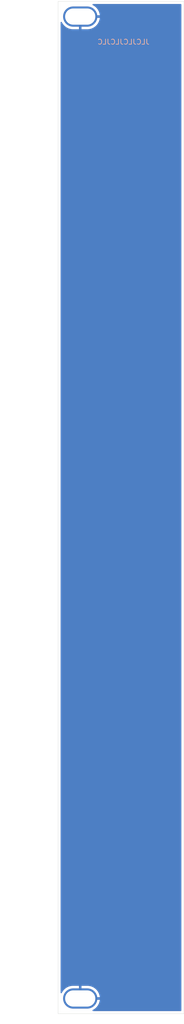
<source format=kicad_pcb>
(kicad_pcb (version 20211014) (generator pcbnew)
  (layers (0 "F.Cu" signal) (31 "B.Cu" signal) (34 "B.Paste" user) (35 "F.Paste" user) (36 "B.SilkS" user "B.Silkscreen") (37 "F.SilkS" user "F.Silkscreen") (38 "B.Mask" user) (39 "F.Mask" user) (44 "Edge.Cuts" user))
  (net 0 "")
  (net 1 "GND")
  (footprint "Kosmo_panel:Kosmo_Panel_Dual_Slotted_Mounting_Hole" (layer "F.Cu") (at 43 247)
    (fp_text reference "REF**" hide)
    (fp_text value "Kosmo_Panel_Dual_Slotted_Mounting_Hole")
    (pad "1" thru_hole oval locked (at 1.4 0) (size 6.8 4) (drill oval 6 3.2) (layers *.Cu *.Mask) (net 1 "GND"))
    (pad "1" thru_hole oval locked (at 1.4 -194) (size 6.8 4) (drill oval 6 3.2) (layers *.Cu *.Mask) (net 1 "GND"))
  )
  (gr_line (start 40 250) (end 40 50) (layer "Edge.Cuts") (width 0.05))
  (gr_line (start 65 50) (end 65 250) (layer "Edge.Cuts") (width 0.05))
  (gr_line (start 65 250) (end 40 250) (layer "Edge.Cuts") (width 0.05))
  (gr_line (start 40 50) (end 65 50) (layer "Edge.Cuts") (width 0.05))
  (gr_text "JLCJLCJLCJLC" (at 53 58) (layer "B.SilkS") (effects (font (size 1 1)) (justify mirror)))
  (zone (net 1) (net_name "GND") (layer "F.Cu") (connect_pads (clearance 0.508)) (min_thickness 0.254) (fill yes (thermal_gap 0.508) (thermal_bridge_width 0.508))
    (polygon (pts (xy 65 250) (xy 40 250) (xy 40 50) (xy 65 50)))
  )
  (zone (net 1) (net_name "GND") (layer "B.Cu") (connect_pads (clearance 0.508)) (min_thickness 0.254) (fill yes (thermal_gap 0.508) (thermal_bridge_width 0.508))
    (polygon (pts (xy 65 250) (xy 40 250) (xy 40 50) (xy 65 50)))
  )
)
</source>
